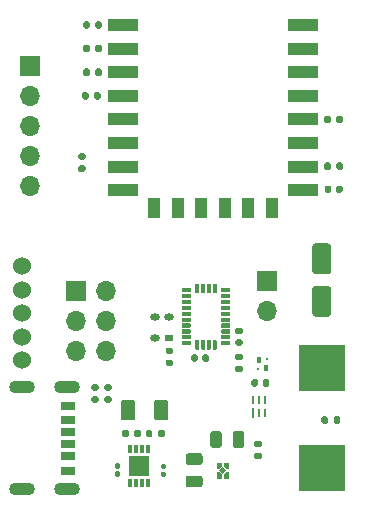
<source format=gbr>
%TF.GenerationSoftware,KiCad,Pcbnew,(5.1.9)-1*%
%TF.CreationDate,2022-10-17T20:04:13-04:00*%
%TF.ProjectId,slime,736c696d-652e-46b6-9963-61645f706362,rev?*%
%TF.SameCoordinates,Original*%
%TF.FileFunction,Soldermask,Top*%
%TF.FilePolarity,Negative*%
%FSLAX46Y46*%
G04 Gerber Fmt 4.6, Leading zero omitted, Abs format (unit mm)*
G04 Created by KiCad (PCBNEW (5.1.9)-1) date 2022-10-17 20:04:13*
%MOMM*%
%LPD*%
G01*
G04 APERTURE LIST*
%ADD10C,0.010000*%
%ADD11R,4.000000X4.000000*%
%ADD12O,1.700000X1.700000*%
%ADD13R,1.700000X1.700000*%
%ADD14R,2.500000X1.000000*%
%ADD15R,1.000000X1.800000*%
%ADD16R,1.750000X1.750000*%
%ADD17R,0.300000X0.750000*%
%ADD18O,0.410000X0.570000*%
%ADD19O,0.250000X0.250000*%
%ADD20R,0.280000X0.750000*%
%ADD21R,0.280000X0.850000*%
%ADD22C,0.100000*%
%ADD23O,0.800000X0.600000*%
%ADD24R,0.800000X0.600000*%
%ADD25C,1.524000*%
%ADD26R,1.200000X0.800000*%
%ADD27R,1.200000X0.760000*%
%ADD28R,1.200000X0.700000*%
%ADD29O,2.200000X1.100000*%
G04 APERTURE END LIST*
D10*
%TO.C,U4*%
G36*
X128605000Y-105950000D02*
G01*
X128605000Y-106440000D01*
X128420000Y-106440000D01*
X128245000Y-106265000D01*
X128245000Y-105950000D01*
X128605000Y-105950000D01*
G37*
X128605000Y-105950000D02*
X128605000Y-106440000D01*
X128420000Y-106440000D01*
X128245000Y-106265000D01*
X128245000Y-105950000D01*
X128605000Y-105950000D01*
G36*
X127595000Y-105950000D02*
G01*
X127595000Y-106440000D01*
X127780000Y-106440000D01*
X127955000Y-106265000D01*
X127955000Y-105950000D01*
X127595000Y-105950000D01*
G37*
X127595000Y-105950000D02*
X127595000Y-106440000D01*
X127780000Y-106440000D01*
X127955000Y-106265000D01*
X127955000Y-105950000D01*
X127595000Y-105950000D01*
G36*
X127595000Y-107250000D02*
G01*
X127595000Y-106760000D01*
X127780000Y-106760000D01*
X127955000Y-106935000D01*
X127955000Y-107250000D01*
X127595000Y-107250000D01*
G37*
X127595000Y-107250000D02*
X127595000Y-106760000D01*
X127780000Y-106760000D01*
X127955000Y-106935000D01*
X127955000Y-107250000D01*
X127595000Y-107250000D01*
G36*
X128605000Y-107250000D02*
G01*
X128605000Y-106760000D01*
X128420000Y-106760000D01*
X128245000Y-106935000D01*
X128245000Y-107250000D01*
X128605000Y-107250000D01*
G37*
X128605000Y-107250000D02*
X128605000Y-106760000D01*
X128420000Y-106760000D01*
X128245000Y-106935000D01*
X128245000Y-107250000D01*
X128605000Y-107250000D01*
%TD*%
%TO.C,U7*%
G36*
G01*
X127627000Y-90875000D02*
X127627000Y-91550000D01*
G75*
G02*
X127577000Y-91600000I-50000J0D01*
G01*
X127323000Y-91600000D01*
G75*
G02*
X127273000Y-91550000I0J50000D01*
G01*
X127273000Y-90875000D01*
G75*
G02*
X127323000Y-90825000I50000J0D01*
G01*
X127577000Y-90825000D01*
G75*
G02*
X127627000Y-90875000I0J-50000D01*
G01*
G37*
G36*
G01*
X127127000Y-90875000D02*
X127127000Y-91550000D01*
G75*
G02*
X127077000Y-91600000I-50000J0D01*
G01*
X126823000Y-91600000D01*
G75*
G02*
X126773000Y-91550000I0J50000D01*
G01*
X126773000Y-90875000D01*
G75*
G02*
X126823000Y-90825000I50000J0D01*
G01*
X127077000Y-90825000D01*
G75*
G02*
X127127000Y-90875000I0J-50000D01*
G01*
G37*
G36*
G01*
X126627000Y-90875000D02*
X126627000Y-91550000D01*
G75*
G02*
X126577000Y-91600000I-50000J0D01*
G01*
X126323000Y-91600000D01*
G75*
G02*
X126273000Y-91550000I0J50000D01*
G01*
X126273000Y-90875000D01*
G75*
G02*
X126323000Y-90825000I50000J0D01*
G01*
X126577000Y-90825000D01*
G75*
G02*
X126627000Y-90875000I0J-50000D01*
G01*
G37*
G36*
G01*
X128700000Y-91527000D02*
X128025000Y-91527000D01*
G75*
G02*
X127975000Y-91477000I0J50000D01*
G01*
X127975000Y-91223000D01*
G75*
G02*
X128025000Y-91173000I50000J0D01*
G01*
X128700000Y-91173000D01*
G75*
G02*
X128750000Y-91223000I0J-50000D01*
G01*
X128750000Y-91477000D01*
G75*
G02*
X128700000Y-91527000I-50000J0D01*
G01*
G37*
G36*
G01*
X128700000Y-92027000D02*
X128025000Y-92027000D01*
G75*
G02*
X127975000Y-91977000I0J50000D01*
G01*
X127975000Y-91723000D01*
G75*
G02*
X128025000Y-91673000I50000J0D01*
G01*
X128700000Y-91673000D01*
G75*
G02*
X128750000Y-91723000I0J-50000D01*
G01*
X128750000Y-91977000D01*
G75*
G02*
X128700000Y-92027000I-50000J0D01*
G01*
G37*
G36*
G01*
X128700000Y-92527000D02*
X128025000Y-92527000D01*
G75*
G02*
X127975000Y-92477000I0J50000D01*
G01*
X127975000Y-92223000D01*
G75*
G02*
X128025000Y-92173000I50000J0D01*
G01*
X128700000Y-92173000D01*
G75*
G02*
X128750000Y-92223000I0J-50000D01*
G01*
X128750000Y-92477000D01*
G75*
G02*
X128700000Y-92527000I-50000J0D01*
G01*
G37*
G36*
G01*
X128700000Y-93027000D02*
X128025000Y-93027000D01*
G75*
G02*
X127975000Y-92977000I0J50000D01*
G01*
X127975000Y-92723000D01*
G75*
G02*
X128025000Y-92673000I50000J0D01*
G01*
X128700000Y-92673000D01*
G75*
G02*
X128750000Y-92723000I0J-50000D01*
G01*
X128750000Y-92977000D01*
G75*
G02*
X128700000Y-93027000I-50000J0D01*
G01*
G37*
G36*
G01*
X128700000Y-93527000D02*
X128025000Y-93527000D01*
G75*
G02*
X127975000Y-93477000I0J50000D01*
G01*
X127975000Y-93223000D01*
G75*
G02*
X128025000Y-93173000I50000J0D01*
G01*
X128700000Y-93173000D01*
G75*
G02*
X128750000Y-93223000I0J-50000D01*
G01*
X128750000Y-93477000D01*
G75*
G02*
X128700000Y-93527000I-50000J0D01*
G01*
G37*
G36*
G01*
X128700000Y-94027000D02*
X128025000Y-94027000D01*
G75*
G02*
X127975000Y-93977000I0J50000D01*
G01*
X127975000Y-93723000D01*
G75*
G02*
X128025000Y-93673000I50000J0D01*
G01*
X128700000Y-93673000D01*
G75*
G02*
X128750000Y-93723000I0J-50000D01*
G01*
X128750000Y-93977000D01*
G75*
G02*
X128700000Y-94027000I-50000J0D01*
G01*
G37*
G36*
G01*
X128700000Y-94527000D02*
X128025000Y-94527000D01*
G75*
G02*
X127975000Y-94477000I0J50000D01*
G01*
X127975000Y-94223000D01*
G75*
G02*
X128025000Y-94173000I50000J0D01*
G01*
X128700000Y-94173000D01*
G75*
G02*
X128750000Y-94223000I0J-50000D01*
G01*
X128750000Y-94477000D01*
G75*
G02*
X128700000Y-94527000I-50000J0D01*
G01*
G37*
G36*
G01*
X128700000Y-95027000D02*
X128025000Y-95027000D01*
G75*
G02*
X127975000Y-94977000I0J50000D01*
G01*
X127975000Y-94723000D01*
G75*
G02*
X128025000Y-94673000I50000J0D01*
G01*
X128700000Y-94673000D01*
G75*
G02*
X128750000Y-94723000I0J-50000D01*
G01*
X128750000Y-94977000D01*
G75*
G02*
X128700000Y-95027000I-50000J0D01*
G01*
G37*
G36*
G01*
X128700000Y-95527000D02*
X128025000Y-95527000D01*
G75*
G02*
X127975000Y-95477000I0J50000D01*
G01*
X127975000Y-95223000D01*
G75*
G02*
X128025000Y-95173000I50000J0D01*
G01*
X128700000Y-95173000D01*
G75*
G02*
X128750000Y-95223000I0J-50000D01*
G01*
X128750000Y-95477000D01*
G75*
G02*
X128700000Y-95527000I-50000J0D01*
G01*
G37*
G36*
G01*
X125375000Y-91527000D02*
X124700000Y-91527000D01*
G75*
G02*
X124650000Y-91477000I0J50000D01*
G01*
X124650000Y-91223000D01*
G75*
G02*
X124700000Y-91173000I50000J0D01*
G01*
X125375000Y-91173000D01*
G75*
G02*
X125425000Y-91223000I0J-50000D01*
G01*
X125425000Y-91477000D01*
G75*
G02*
X125375000Y-91527000I-50000J0D01*
G01*
G37*
G36*
G01*
X125375000Y-92027000D02*
X124700000Y-92027000D01*
G75*
G02*
X124650000Y-91977000I0J50000D01*
G01*
X124650000Y-91723000D01*
G75*
G02*
X124700000Y-91673000I50000J0D01*
G01*
X125375000Y-91673000D01*
G75*
G02*
X125425000Y-91723000I0J-50000D01*
G01*
X125425000Y-91977000D01*
G75*
G02*
X125375000Y-92027000I-50000J0D01*
G01*
G37*
G36*
G01*
X125375000Y-92527000D02*
X124700000Y-92527000D01*
G75*
G02*
X124650000Y-92477000I0J50000D01*
G01*
X124650000Y-92223000D01*
G75*
G02*
X124700000Y-92173000I50000J0D01*
G01*
X125375000Y-92173000D01*
G75*
G02*
X125425000Y-92223000I0J-50000D01*
G01*
X125425000Y-92477000D01*
G75*
G02*
X125375000Y-92527000I-50000J0D01*
G01*
G37*
G36*
G01*
X125375000Y-93027000D02*
X124700000Y-93027000D01*
G75*
G02*
X124650000Y-92977000I0J50000D01*
G01*
X124650000Y-92723000D01*
G75*
G02*
X124700000Y-92673000I50000J0D01*
G01*
X125375000Y-92673000D01*
G75*
G02*
X125425000Y-92723000I0J-50000D01*
G01*
X125425000Y-92977000D01*
G75*
G02*
X125375000Y-93027000I-50000J0D01*
G01*
G37*
G36*
G01*
X125375000Y-93527000D02*
X124700000Y-93527000D01*
G75*
G02*
X124650000Y-93477000I0J50000D01*
G01*
X124650000Y-93223000D01*
G75*
G02*
X124700000Y-93173000I50000J0D01*
G01*
X125375000Y-93173000D01*
G75*
G02*
X125425000Y-93223000I0J-50000D01*
G01*
X125425000Y-93477000D01*
G75*
G02*
X125375000Y-93527000I-50000J0D01*
G01*
G37*
G36*
G01*
X125375000Y-94027000D02*
X124700000Y-94027000D01*
G75*
G02*
X124650000Y-93977000I0J50000D01*
G01*
X124650000Y-93723000D01*
G75*
G02*
X124700000Y-93673000I50000J0D01*
G01*
X125375000Y-93673000D01*
G75*
G02*
X125425000Y-93723000I0J-50000D01*
G01*
X125425000Y-93977000D01*
G75*
G02*
X125375000Y-94027000I-50000J0D01*
G01*
G37*
G36*
G01*
X125375000Y-94527000D02*
X124700000Y-94527000D01*
G75*
G02*
X124650000Y-94477000I0J50000D01*
G01*
X124650000Y-94223000D01*
G75*
G02*
X124700000Y-94173000I50000J0D01*
G01*
X125375000Y-94173000D01*
G75*
G02*
X125425000Y-94223000I0J-50000D01*
G01*
X125425000Y-94477000D01*
G75*
G02*
X125375000Y-94527000I-50000J0D01*
G01*
G37*
G36*
G01*
X125375000Y-95027000D02*
X124700000Y-95027000D01*
G75*
G02*
X124650000Y-94977000I0J50000D01*
G01*
X124650000Y-94723000D01*
G75*
G02*
X124700000Y-94673000I50000J0D01*
G01*
X125375000Y-94673000D01*
G75*
G02*
X125425000Y-94723000I0J-50000D01*
G01*
X125425000Y-94977000D01*
G75*
G02*
X125375000Y-95027000I-50000J0D01*
G01*
G37*
G36*
G01*
X125375000Y-95527000D02*
X124700000Y-95527000D01*
G75*
G02*
X124650000Y-95477000I0J50000D01*
G01*
X124650000Y-95223000D01*
G75*
G02*
X124700000Y-95173000I50000J0D01*
G01*
X125375000Y-95173000D01*
G75*
G02*
X125425000Y-95223000I0J-50000D01*
G01*
X125425000Y-95477000D01*
G75*
G02*
X125375000Y-95527000I-50000J0D01*
G01*
G37*
G36*
G01*
X127627000Y-95650000D02*
X127627000Y-96325000D01*
G75*
G02*
X127577000Y-96375000I-50000J0D01*
G01*
X127323000Y-96375000D01*
G75*
G02*
X127273000Y-96325000I0J50000D01*
G01*
X127273000Y-95650000D01*
G75*
G02*
X127323000Y-95600000I50000J0D01*
G01*
X127577000Y-95600000D01*
G75*
G02*
X127627000Y-95650000I0J-50000D01*
G01*
G37*
G36*
G01*
X127127000Y-95650000D02*
X127127000Y-96325000D01*
G75*
G02*
X127077000Y-96375000I-50000J0D01*
G01*
X126823000Y-96375000D01*
G75*
G02*
X126773000Y-96325000I0J50000D01*
G01*
X126773000Y-95650000D01*
G75*
G02*
X126823000Y-95600000I50000J0D01*
G01*
X127077000Y-95600000D01*
G75*
G02*
X127127000Y-95650000I0J-50000D01*
G01*
G37*
G36*
G01*
X126627000Y-95650000D02*
X126627000Y-96325000D01*
G75*
G02*
X126577000Y-96375000I-50000J0D01*
G01*
X126323000Y-96375000D01*
G75*
G02*
X126273000Y-96325000I0J50000D01*
G01*
X126273000Y-95650000D01*
G75*
G02*
X126323000Y-95600000I50000J0D01*
G01*
X126577000Y-95600000D01*
G75*
G02*
X126627000Y-95650000I0J-50000D01*
G01*
G37*
G36*
G01*
X125375000Y-96027000D02*
X124700000Y-96027000D01*
G75*
G02*
X124650000Y-95977000I0J50000D01*
G01*
X124650000Y-95723000D01*
G75*
G02*
X124700000Y-95673000I50000J0D01*
G01*
X125375000Y-95673000D01*
G75*
G02*
X125425000Y-95723000I0J-50000D01*
G01*
X125425000Y-95977000D01*
G75*
G02*
X125375000Y-96027000I-50000J0D01*
G01*
G37*
G36*
G01*
X126127000Y-95650000D02*
X126127000Y-96325000D01*
G75*
G02*
X126077000Y-96375000I-50000J0D01*
G01*
X125823000Y-96375000D01*
G75*
G02*
X125773000Y-96325000I0J50000D01*
G01*
X125773000Y-95650000D01*
G75*
G02*
X125823000Y-95600000I50000J0D01*
G01*
X126077000Y-95600000D01*
G75*
G02*
X126127000Y-95650000I0J-50000D01*
G01*
G37*
G36*
G01*
X128700000Y-96027000D02*
X128025000Y-96027000D01*
G75*
G02*
X127975000Y-95977000I0J50000D01*
G01*
X127975000Y-95723000D01*
G75*
G02*
X128025000Y-95673000I50000J0D01*
G01*
X128700000Y-95673000D01*
G75*
G02*
X128750000Y-95723000I0J-50000D01*
G01*
X128750000Y-95977000D01*
G75*
G02*
X128700000Y-96027000I-50000J0D01*
G01*
G37*
G36*
G01*
X126127000Y-90875000D02*
X126127000Y-91550000D01*
G75*
G02*
X126077000Y-91600000I-50000J0D01*
G01*
X125823000Y-91600000D01*
G75*
G02*
X125773000Y-91550000I0J50000D01*
G01*
X125773000Y-90875000D01*
G75*
G02*
X125823000Y-90825000I50000J0D01*
G01*
X126077000Y-90825000D01*
G75*
G02*
X126127000Y-90875000I0J-50000D01*
G01*
G37*
%TD*%
D11*
%TO.C,B+*%
X136500000Y-106400000D03*
%TD*%
D12*
%TO.C,~*%
X118240000Y-96480000D03*
X115700000Y-96480000D03*
X118240000Y-93940000D03*
X115700000Y-93940000D03*
X118240000Y-91400000D03*
D13*
X115700000Y-91400000D03*
%TD*%
D14*
%TO.C,U5*%
X134900000Y-68900000D03*
X134900000Y-70900000D03*
X134900000Y-72900000D03*
X134900000Y-74900000D03*
X134900000Y-76900000D03*
X134900000Y-78900000D03*
X134900000Y-80900000D03*
X134900000Y-82900000D03*
D15*
X132300000Y-84400000D03*
X130300000Y-84400000D03*
X128300000Y-84400000D03*
X126300000Y-84400000D03*
X124300000Y-84400000D03*
X122300000Y-84400000D03*
D14*
X119700000Y-82900000D03*
X119700000Y-80900000D03*
X119700000Y-78900000D03*
X119700000Y-76900000D03*
X119700000Y-74900000D03*
X119700000Y-72900000D03*
X119700000Y-70900000D03*
X119700000Y-68900000D03*
%TD*%
%TO.C,R12*%
G36*
G01*
X137260000Y-76715000D02*
X137260000Y-77085000D01*
G75*
G02*
X137125000Y-77220000I-135000J0D01*
G01*
X136855000Y-77220000D01*
G75*
G02*
X136720000Y-77085000I0J135000D01*
G01*
X136720000Y-76715000D01*
G75*
G02*
X136855000Y-76580000I135000J0D01*
G01*
X137125000Y-76580000D01*
G75*
G02*
X137260000Y-76715000I0J-135000D01*
G01*
G37*
G36*
G01*
X138280000Y-76715000D02*
X138280000Y-77085000D01*
G75*
G02*
X138145000Y-77220000I-135000J0D01*
G01*
X137875000Y-77220000D01*
G75*
G02*
X137740000Y-77085000I0J135000D01*
G01*
X137740000Y-76715000D01*
G75*
G02*
X137875000Y-76580000I135000J0D01*
G01*
X138145000Y-76580000D01*
G75*
G02*
X138280000Y-76715000I0J-135000D01*
G01*
G37*
%TD*%
%TO.C,R11*%
G36*
G01*
X137740000Y-81035000D02*
X137740000Y-80665000D01*
G75*
G02*
X137875000Y-80530000I135000J0D01*
G01*
X138145000Y-80530000D01*
G75*
G02*
X138280000Y-80665000I0J-135000D01*
G01*
X138280000Y-81035000D01*
G75*
G02*
X138145000Y-81170000I-135000J0D01*
G01*
X137875000Y-81170000D01*
G75*
G02*
X137740000Y-81035000I0J135000D01*
G01*
G37*
G36*
G01*
X136720000Y-81035000D02*
X136720000Y-80665000D01*
G75*
G02*
X136855000Y-80530000I135000J0D01*
G01*
X137125000Y-80530000D01*
G75*
G02*
X137260000Y-80665000I0J-135000D01*
G01*
X137260000Y-81035000D01*
G75*
G02*
X137125000Y-81170000I-135000J0D01*
G01*
X136855000Y-81170000D01*
G75*
G02*
X136720000Y-81035000I0J135000D01*
G01*
G37*
%TD*%
D16*
%TO.C,U1*%
X121050000Y-106250000D03*
D17*
X121800000Y-104800000D03*
X121300000Y-104800000D03*
X120800000Y-104800000D03*
X120300000Y-104800000D03*
X121800000Y-107700000D03*
X121300000Y-107700000D03*
X120800000Y-107700000D03*
X120300000Y-107700000D03*
%TD*%
%TO.C,C1*%
G36*
G01*
X119300000Y-106480000D02*
X119100000Y-106480000D01*
G75*
G02*
X119000000Y-106380000I0J100000D01*
G01*
X119000000Y-106120000D01*
G75*
G02*
X119100000Y-106020000I100000J0D01*
G01*
X119300000Y-106020000D01*
G75*
G02*
X119400000Y-106120000I0J-100000D01*
G01*
X119400000Y-106380000D01*
G75*
G02*
X119300000Y-106480000I-100000J0D01*
G01*
G37*
G36*
G01*
X119300000Y-107150000D02*
X119100000Y-107150000D01*
G75*
G02*
X119000000Y-107050000I0J100000D01*
G01*
X119000000Y-106790000D01*
G75*
G02*
X119100000Y-106690000I100000J0D01*
G01*
X119300000Y-106690000D01*
G75*
G02*
X119400000Y-106790000I0J-100000D01*
G01*
X119400000Y-107050000D01*
G75*
G02*
X119300000Y-107150000I-100000J0D01*
G01*
G37*
%TD*%
%TO.C,C3*%
G36*
G01*
X123000000Y-106720000D02*
X123200000Y-106720000D01*
G75*
G02*
X123300000Y-106820000I0J-100000D01*
G01*
X123300000Y-107080000D01*
G75*
G02*
X123200000Y-107180000I-100000J0D01*
G01*
X123000000Y-107180000D01*
G75*
G02*
X122900000Y-107080000I0J100000D01*
G01*
X122900000Y-106820000D01*
G75*
G02*
X123000000Y-106720000I100000J0D01*
G01*
G37*
G36*
G01*
X123000000Y-106050000D02*
X123200000Y-106050000D01*
G75*
G02*
X123300000Y-106150000I0J-100000D01*
G01*
X123300000Y-106410000D01*
G75*
G02*
X123200000Y-106510000I-100000J0D01*
G01*
X123000000Y-106510000D01*
G75*
G02*
X122900000Y-106410000I0J100000D01*
G01*
X122900000Y-106150000D01*
G75*
G02*
X123000000Y-106050000I100000J0D01*
G01*
G37*
%TD*%
D18*
%TO.C,U3*%
X131150000Y-97230000D03*
X131800000Y-97910000D03*
D19*
X131900000Y-97140000D03*
X131080000Y-97990000D03*
%TD*%
D12*
%TO.C,~*%
X131900000Y-93140000D03*
D13*
X131900000Y-90600000D03*
%TD*%
%TO.C,R8*%
G36*
G01*
X137020000Y-102165000D02*
X137020000Y-102535000D01*
G75*
G02*
X136885000Y-102670000I-135000J0D01*
G01*
X136615000Y-102670000D01*
G75*
G02*
X136480000Y-102535000I0J135000D01*
G01*
X136480000Y-102165000D01*
G75*
G02*
X136615000Y-102030000I135000J0D01*
G01*
X136885000Y-102030000D01*
G75*
G02*
X137020000Y-102165000I0J-135000D01*
G01*
G37*
G36*
G01*
X138040000Y-102165000D02*
X138040000Y-102535000D01*
G75*
G02*
X137905000Y-102670000I-135000J0D01*
G01*
X137635000Y-102670000D01*
G75*
G02*
X137500000Y-102535000I0J135000D01*
G01*
X137500000Y-102165000D01*
G75*
G02*
X137635000Y-102030000I135000J0D01*
G01*
X137905000Y-102030000D01*
G75*
G02*
X138040000Y-102165000I0J-135000D01*
G01*
G37*
%TD*%
D12*
%TO.C,BNO MODULE*%
X111760000Y-82550000D03*
X111760000Y-80010000D03*
X111760000Y-77470000D03*
X111760000Y-74930000D03*
D13*
X111760000Y-72390000D03*
%TD*%
D20*
%TO.C,U2*%
X130700000Y-100625000D03*
X131200000Y-100625000D03*
X131700000Y-100625000D03*
X131700000Y-101775000D03*
X131200000Y-101775000D03*
D21*
X130700000Y-101725000D03*
%TD*%
D11*
%TO.C,B-*%
X136500000Y-97900000D03*
%TD*%
D22*
%TO.C,U4*%
G36*
X127781802Y-106600000D02*
G01*
X128100000Y-106281802D01*
X128418198Y-106600000D01*
X128100000Y-106918198D01*
X127781802Y-106600000D01*
G37*
%TD*%
%TO.C,C5*%
G36*
G01*
X128050000Y-103525000D02*
X128050000Y-104475000D01*
G75*
G02*
X127800000Y-104725000I-250000J0D01*
G01*
X127300000Y-104725000D01*
G75*
G02*
X127050000Y-104475000I0J250000D01*
G01*
X127050000Y-103525000D01*
G75*
G02*
X127300000Y-103275000I250000J0D01*
G01*
X127800000Y-103275000D01*
G75*
G02*
X128050000Y-103525000I0J-250000D01*
G01*
G37*
G36*
G01*
X129950000Y-103525000D02*
X129950000Y-104475000D01*
G75*
G02*
X129700000Y-104725000I-250000J0D01*
G01*
X129200000Y-104725000D01*
G75*
G02*
X128950000Y-104475000I0J250000D01*
G01*
X128950000Y-103525000D01*
G75*
G02*
X129200000Y-103275000I250000J0D01*
G01*
X129700000Y-103275000D01*
G75*
G02*
X129950000Y-103525000I0J-250000D01*
G01*
G37*
%TD*%
%TO.C,C4*%
G36*
G01*
X126175000Y-106150000D02*
X125225000Y-106150000D01*
G75*
G02*
X124975000Y-105900000I0J250000D01*
G01*
X124975000Y-105400000D01*
G75*
G02*
X125225000Y-105150000I250000J0D01*
G01*
X126175000Y-105150000D01*
G75*
G02*
X126425000Y-105400000I0J-250000D01*
G01*
X126425000Y-105900000D01*
G75*
G02*
X126175000Y-106150000I-250000J0D01*
G01*
G37*
G36*
G01*
X126175000Y-108050000D02*
X125225000Y-108050000D01*
G75*
G02*
X124975000Y-107800000I0J250000D01*
G01*
X124975000Y-107300000D01*
G75*
G02*
X125225000Y-107050000I250000J0D01*
G01*
X126175000Y-107050000D01*
G75*
G02*
X126425000Y-107300000I0J-250000D01*
G01*
X126425000Y-107800000D01*
G75*
G02*
X126175000Y-108050000I-250000J0D01*
G01*
G37*
%TD*%
D23*
%TO.C,U5*%
X122400000Y-93600000D03*
X122400000Y-95400000D03*
X123600000Y-93600000D03*
D24*
X123600000Y-95400000D03*
%TD*%
D25*
%TO.C,SW1*%
X111100000Y-89300000D03*
X111100000Y-97300000D03*
X111100000Y-95300000D03*
X111100000Y-93300000D03*
X111100000Y-91300000D03*
%TD*%
%TO.C,R3*%
G36*
G01*
X129315000Y-97740000D02*
X129685000Y-97740000D01*
G75*
G02*
X129820000Y-97875000I0J-135000D01*
G01*
X129820000Y-98145000D01*
G75*
G02*
X129685000Y-98280000I-135000J0D01*
G01*
X129315000Y-98280000D01*
G75*
G02*
X129180000Y-98145000I0J135000D01*
G01*
X129180000Y-97875000D01*
G75*
G02*
X129315000Y-97740000I135000J0D01*
G01*
G37*
G36*
G01*
X129315000Y-96720000D02*
X129685000Y-96720000D01*
G75*
G02*
X129820000Y-96855000I0J-135000D01*
G01*
X129820000Y-97125000D01*
G75*
G02*
X129685000Y-97260000I-135000J0D01*
G01*
X129315000Y-97260000D01*
G75*
G02*
X129180000Y-97125000I0J135000D01*
G01*
X129180000Y-96855000D01*
G75*
G02*
X129315000Y-96720000I135000J0D01*
G01*
G37*
%TD*%
%TO.C,R2*%
G36*
G01*
X130915000Y-105140000D02*
X131285000Y-105140000D01*
G75*
G02*
X131420000Y-105275000I0J-135000D01*
G01*
X131420000Y-105545000D01*
G75*
G02*
X131285000Y-105680000I-135000J0D01*
G01*
X130915000Y-105680000D01*
G75*
G02*
X130780000Y-105545000I0J135000D01*
G01*
X130780000Y-105275000D01*
G75*
G02*
X130915000Y-105140000I135000J0D01*
G01*
G37*
G36*
G01*
X130915000Y-104120000D02*
X131285000Y-104120000D01*
G75*
G02*
X131420000Y-104255000I0J-135000D01*
G01*
X131420000Y-104525000D01*
G75*
G02*
X131285000Y-104660000I-135000J0D01*
G01*
X130915000Y-104660000D01*
G75*
G02*
X130780000Y-104525000I0J135000D01*
G01*
X130780000Y-104255000D01*
G75*
G02*
X130915000Y-104120000I135000J0D01*
G01*
G37*
%TD*%
%TO.C,R10*%
G36*
G01*
X116760000Y-74715000D02*
X116760000Y-75085000D01*
G75*
G02*
X116625000Y-75220000I-135000J0D01*
G01*
X116355000Y-75220000D01*
G75*
G02*
X116220000Y-75085000I0J135000D01*
G01*
X116220000Y-74715000D01*
G75*
G02*
X116355000Y-74580000I135000J0D01*
G01*
X116625000Y-74580000D01*
G75*
G02*
X116760000Y-74715000I0J-135000D01*
G01*
G37*
G36*
G01*
X117780000Y-74715000D02*
X117780000Y-75085000D01*
G75*
G02*
X117645000Y-75220000I-135000J0D01*
G01*
X117375000Y-75220000D01*
G75*
G02*
X117240000Y-75085000I0J135000D01*
G01*
X117240000Y-74715000D01*
G75*
G02*
X117375000Y-74580000I135000J0D01*
G01*
X117645000Y-74580000D01*
G75*
G02*
X117780000Y-74715000I0J-135000D01*
G01*
G37*
%TD*%
%TO.C,R16*%
G36*
G01*
X116015000Y-80790000D02*
X116385000Y-80790000D01*
G75*
G02*
X116520000Y-80925000I0J-135000D01*
G01*
X116520000Y-81195000D01*
G75*
G02*
X116385000Y-81330000I-135000J0D01*
G01*
X116015000Y-81330000D01*
G75*
G02*
X115880000Y-81195000I0J135000D01*
G01*
X115880000Y-80925000D01*
G75*
G02*
X116015000Y-80790000I135000J0D01*
G01*
G37*
G36*
G01*
X116015000Y-79770000D02*
X116385000Y-79770000D01*
G75*
G02*
X116520000Y-79905000I0J-135000D01*
G01*
X116520000Y-80175000D01*
G75*
G02*
X116385000Y-80310000I-135000J0D01*
G01*
X116015000Y-80310000D01*
G75*
G02*
X115880000Y-80175000I0J135000D01*
G01*
X115880000Y-79905000D01*
G75*
G02*
X116015000Y-79770000I135000J0D01*
G01*
G37*
%TD*%
%TO.C,R15*%
G36*
G01*
X116860000Y-72715000D02*
X116860000Y-73085000D01*
G75*
G02*
X116725000Y-73220000I-135000J0D01*
G01*
X116455000Y-73220000D01*
G75*
G02*
X116320000Y-73085000I0J135000D01*
G01*
X116320000Y-72715000D01*
G75*
G02*
X116455000Y-72580000I135000J0D01*
G01*
X116725000Y-72580000D01*
G75*
G02*
X116860000Y-72715000I0J-135000D01*
G01*
G37*
G36*
G01*
X117880000Y-72715000D02*
X117880000Y-73085000D01*
G75*
G02*
X117745000Y-73220000I-135000J0D01*
G01*
X117475000Y-73220000D01*
G75*
G02*
X117340000Y-73085000I0J135000D01*
G01*
X117340000Y-72715000D01*
G75*
G02*
X117475000Y-72580000I135000J0D01*
G01*
X117745000Y-72580000D01*
G75*
G02*
X117880000Y-72715000I0J-135000D01*
G01*
G37*
%TD*%
%TO.C,R13*%
G36*
G01*
X123415000Y-97240000D02*
X123785000Y-97240000D01*
G75*
G02*
X123920000Y-97375000I0J-135000D01*
G01*
X123920000Y-97645000D01*
G75*
G02*
X123785000Y-97780000I-135000J0D01*
G01*
X123415000Y-97780000D01*
G75*
G02*
X123280000Y-97645000I0J135000D01*
G01*
X123280000Y-97375000D01*
G75*
G02*
X123415000Y-97240000I135000J0D01*
G01*
G37*
G36*
G01*
X123415000Y-96220000D02*
X123785000Y-96220000D01*
G75*
G02*
X123920000Y-96355000I0J-135000D01*
G01*
X123920000Y-96625000D01*
G75*
G02*
X123785000Y-96760000I-135000J0D01*
G01*
X123415000Y-96760000D01*
G75*
G02*
X123280000Y-96625000I0J135000D01*
G01*
X123280000Y-96355000D01*
G75*
G02*
X123415000Y-96220000I135000J0D01*
G01*
G37*
%TD*%
%TO.C,R9*%
G36*
G01*
X117340000Y-71085000D02*
X117340000Y-70715000D01*
G75*
G02*
X117475000Y-70580000I135000J0D01*
G01*
X117745000Y-70580000D01*
G75*
G02*
X117880000Y-70715000I0J-135000D01*
G01*
X117880000Y-71085000D01*
G75*
G02*
X117745000Y-71220000I-135000J0D01*
G01*
X117475000Y-71220000D01*
G75*
G02*
X117340000Y-71085000I0J135000D01*
G01*
G37*
G36*
G01*
X116320000Y-71085000D02*
X116320000Y-70715000D01*
G75*
G02*
X116455000Y-70580000I135000J0D01*
G01*
X116725000Y-70580000D01*
G75*
G02*
X116860000Y-70715000I0J-135000D01*
G01*
X116860000Y-71085000D01*
G75*
G02*
X116725000Y-71220000I-135000J0D01*
G01*
X116455000Y-71220000D01*
G75*
G02*
X116320000Y-71085000I0J135000D01*
G01*
G37*
%TD*%
%TO.C,R7*%
G36*
G01*
X117340000Y-69085000D02*
X117340000Y-68715000D01*
G75*
G02*
X117475000Y-68580000I135000J0D01*
G01*
X117745000Y-68580000D01*
G75*
G02*
X117880000Y-68715000I0J-135000D01*
G01*
X117880000Y-69085000D01*
G75*
G02*
X117745000Y-69220000I-135000J0D01*
G01*
X117475000Y-69220000D01*
G75*
G02*
X117340000Y-69085000I0J135000D01*
G01*
G37*
G36*
G01*
X116320000Y-69085000D02*
X116320000Y-68715000D01*
G75*
G02*
X116455000Y-68580000I135000J0D01*
G01*
X116725000Y-68580000D01*
G75*
G02*
X116860000Y-68715000I0J-135000D01*
G01*
X116860000Y-69085000D01*
G75*
G02*
X116725000Y-69220000I-135000J0D01*
G01*
X116455000Y-69220000D01*
G75*
G02*
X116320000Y-69085000I0J135000D01*
G01*
G37*
%TD*%
%TO.C,R6*%
G36*
G01*
X120150000Y-103315000D02*
X120150000Y-103685000D01*
G75*
G02*
X120015000Y-103820000I-135000J0D01*
G01*
X119745000Y-103820000D01*
G75*
G02*
X119610000Y-103685000I0J135000D01*
G01*
X119610000Y-103315000D01*
G75*
G02*
X119745000Y-103180000I135000J0D01*
G01*
X120015000Y-103180000D01*
G75*
G02*
X120150000Y-103315000I0J-135000D01*
G01*
G37*
G36*
G01*
X121170000Y-103315000D02*
X121170000Y-103685000D01*
G75*
G02*
X121035000Y-103820000I-135000J0D01*
G01*
X120765000Y-103820000D01*
G75*
G02*
X120630000Y-103685000I0J135000D01*
G01*
X120630000Y-103315000D01*
G75*
G02*
X120765000Y-103180000I135000J0D01*
G01*
X121035000Y-103180000D01*
G75*
G02*
X121170000Y-103315000I0J-135000D01*
G01*
G37*
%TD*%
%TO.C,R5*%
G36*
G01*
X122650000Y-103685000D02*
X122650000Y-103315000D01*
G75*
G02*
X122785000Y-103180000I135000J0D01*
G01*
X123055000Y-103180000D01*
G75*
G02*
X123190000Y-103315000I0J-135000D01*
G01*
X123190000Y-103685000D01*
G75*
G02*
X123055000Y-103820000I-135000J0D01*
G01*
X122785000Y-103820000D01*
G75*
G02*
X122650000Y-103685000I0J135000D01*
G01*
G37*
G36*
G01*
X121630000Y-103685000D02*
X121630000Y-103315000D01*
G75*
G02*
X121765000Y-103180000I135000J0D01*
G01*
X122035000Y-103180000D01*
G75*
G02*
X122170000Y-103315000I0J-135000D01*
G01*
X122170000Y-103685000D01*
G75*
G02*
X122035000Y-103820000I-135000J0D01*
G01*
X121765000Y-103820000D01*
G75*
G02*
X121630000Y-103685000I0J135000D01*
G01*
G37*
%TD*%
%TO.C,R4*%
G36*
G01*
X117485000Y-99860000D02*
X117115000Y-99860000D01*
G75*
G02*
X116980000Y-99725000I0J135000D01*
G01*
X116980000Y-99455000D01*
G75*
G02*
X117115000Y-99320000I135000J0D01*
G01*
X117485000Y-99320000D01*
G75*
G02*
X117620000Y-99455000I0J-135000D01*
G01*
X117620000Y-99725000D01*
G75*
G02*
X117485000Y-99860000I-135000J0D01*
G01*
G37*
G36*
G01*
X117485000Y-100880000D02*
X117115000Y-100880000D01*
G75*
G02*
X116980000Y-100745000I0J135000D01*
G01*
X116980000Y-100475000D01*
G75*
G02*
X117115000Y-100340000I135000J0D01*
G01*
X117485000Y-100340000D01*
G75*
G02*
X117620000Y-100475000I0J-135000D01*
G01*
X117620000Y-100745000D01*
G75*
G02*
X117485000Y-100880000I-135000J0D01*
G01*
G37*
%TD*%
%TO.C,R1*%
G36*
G01*
X118585000Y-99860000D02*
X118215000Y-99860000D01*
G75*
G02*
X118080000Y-99725000I0J135000D01*
G01*
X118080000Y-99455000D01*
G75*
G02*
X118215000Y-99320000I135000J0D01*
G01*
X118585000Y-99320000D01*
G75*
G02*
X118720000Y-99455000I0J-135000D01*
G01*
X118720000Y-99725000D01*
G75*
G02*
X118585000Y-99860000I-135000J0D01*
G01*
G37*
G36*
G01*
X118585000Y-100880000D02*
X118215000Y-100880000D01*
G75*
G02*
X118080000Y-100745000I0J135000D01*
G01*
X118080000Y-100475000D01*
G75*
G02*
X118215000Y-100340000I135000J0D01*
G01*
X118585000Y-100340000D01*
G75*
G02*
X118720000Y-100475000I0J-135000D01*
G01*
X118720000Y-100745000D01*
G75*
G02*
X118585000Y-100880000I-135000J0D01*
G01*
G37*
%TD*%
D26*
%TO.C,USB*%
X114980000Y-101150000D03*
X114980000Y-106650000D03*
D27*
X114980000Y-102380000D03*
X114980000Y-105420000D03*
D28*
X114980000Y-103400000D03*
X114980000Y-104400000D03*
D29*
X114900000Y-99580000D03*
X114900000Y-108220000D03*
X111100000Y-99580000D03*
X111100000Y-108220000D03*
%TD*%
%TO.C,D1*%
G36*
G01*
X120725000Y-100875000D02*
X120725000Y-102125000D01*
G75*
G02*
X120475000Y-102375000I-250000J0D01*
G01*
X119725000Y-102375000D01*
G75*
G02*
X119475000Y-102125000I0J250000D01*
G01*
X119475000Y-100875000D01*
G75*
G02*
X119725000Y-100625000I250000J0D01*
G01*
X120475000Y-100625000D01*
G75*
G02*
X120725000Y-100875000I0J-250000D01*
G01*
G37*
G36*
G01*
X123525000Y-100875000D02*
X123525000Y-102125000D01*
G75*
G02*
X123275000Y-102375000I-250000J0D01*
G01*
X122525000Y-102375000D01*
G75*
G02*
X122275000Y-102125000I0J250000D01*
G01*
X122275000Y-100875000D01*
G75*
G02*
X122525000Y-100625000I250000J0D01*
G01*
X123275000Y-100625000D01*
G75*
G02*
X123525000Y-100875000I0J-250000D01*
G01*
G37*
%TD*%
%TO.C,C2*%
G36*
G01*
X131100000Y-99030000D02*
X131100000Y-99370000D01*
G75*
G02*
X130960000Y-99510000I-140000J0D01*
G01*
X130680000Y-99510000D01*
G75*
G02*
X130540000Y-99370000I0J140000D01*
G01*
X130540000Y-99030000D01*
G75*
G02*
X130680000Y-98890000I140000J0D01*
G01*
X130960000Y-98890000D01*
G75*
G02*
X131100000Y-99030000I0J-140000D01*
G01*
G37*
G36*
G01*
X132060000Y-99030000D02*
X132060000Y-99370000D01*
G75*
G02*
X131920000Y-99510000I-140000J0D01*
G01*
X131640000Y-99510000D01*
G75*
G02*
X131500000Y-99370000I0J140000D01*
G01*
X131500000Y-99030000D01*
G75*
G02*
X131640000Y-98890000I140000J0D01*
G01*
X131920000Y-98890000D01*
G75*
G02*
X132060000Y-99030000I0J-140000D01*
G01*
G37*
%TD*%
%TO.C,C8*%
G36*
G01*
X137700000Y-82970000D02*
X137700000Y-82630000D01*
G75*
G02*
X137840000Y-82490000I140000J0D01*
G01*
X138120000Y-82490000D01*
G75*
G02*
X138260000Y-82630000I0J-140000D01*
G01*
X138260000Y-82970000D01*
G75*
G02*
X138120000Y-83110000I-140000J0D01*
G01*
X137840000Y-83110000D01*
G75*
G02*
X137700000Y-82970000I0J140000D01*
G01*
G37*
G36*
G01*
X136740000Y-82970000D02*
X136740000Y-82630000D01*
G75*
G02*
X136880000Y-82490000I140000J0D01*
G01*
X137160000Y-82490000D01*
G75*
G02*
X137300000Y-82630000I0J-140000D01*
G01*
X137300000Y-82970000D01*
G75*
G02*
X137160000Y-83110000I-140000J0D01*
G01*
X136880000Y-83110000D01*
G75*
G02*
X136740000Y-82970000I0J140000D01*
G01*
G37*
%TD*%
%TO.C,C7*%
G36*
G01*
X129330000Y-95500000D02*
X129670000Y-95500000D01*
G75*
G02*
X129810000Y-95640000I0J-140000D01*
G01*
X129810000Y-95920000D01*
G75*
G02*
X129670000Y-96060000I-140000J0D01*
G01*
X129330000Y-96060000D01*
G75*
G02*
X129190000Y-95920000I0J140000D01*
G01*
X129190000Y-95640000D01*
G75*
G02*
X129330000Y-95500000I140000J0D01*
G01*
G37*
G36*
G01*
X129330000Y-94540000D02*
X129670000Y-94540000D01*
G75*
G02*
X129810000Y-94680000I0J-140000D01*
G01*
X129810000Y-94960000D01*
G75*
G02*
X129670000Y-95100000I-140000J0D01*
G01*
X129330000Y-95100000D01*
G75*
G02*
X129190000Y-94960000I0J140000D01*
G01*
X129190000Y-94680000D01*
G75*
G02*
X129330000Y-94540000I140000J0D01*
G01*
G37*
%TD*%
%TO.C,C6*%
G36*
G01*
X126000000Y-96930000D02*
X126000000Y-97270000D01*
G75*
G02*
X125860000Y-97410000I-140000J0D01*
G01*
X125580000Y-97410000D01*
G75*
G02*
X125440000Y-97270000I0J140000D01*
G01*
X125440000Y-96930000D01*
G75*
G02*
X125580000Y-96790000I140000J0D01*
G01*
X125860000Y-96790000D01*
G75*
G02*
X126000000Y-96930000I0J-140000D01*
G01*
G37*
G36*
G01*
X126960000Y-96930000D02*
X126960000Y-97270000D01*
G75*
G02*
X126820000Y-97410000I-140000J0D01*
G01*
X126540000Y-97410000D01*
G75*
G02*
X126400000Y-97270000I0J140000D01*
G01*
X126400000Y-96930000D01*
G75*
G02*
X126540000Y-96790000I140000J0D01*
G01*
X126820000Y-96790000D01*
G75*
G02*
X126960000Y-96930000I0J-140000D01*
G01*
G37*
%TD*%
%TO.C,C4*%
G36*
G01*
X135950000Y-91000000D02*
X137050000Y-91000000D01*
G75*
G02*
X137300000Y-91250000I0J-250000D01*
G01*
X137300000Y-93350000D01*
G75*
G02*
X137050000Y-93600000I-250000J0D01*
G01*
X135950000Y-93600000D01*
G75*
G02*
X135700000Y-93350000I0J250000D01*
G01*
X135700000Y-91250000D01*
G75*
G02*
X135950000Y-91000000I250000J0D01*
G01*
G37*
G36*
G01*
X135950000Y-87400000D02*
X137050000Y-87400000D01*
G75*
G02*
X137300000Y-87650000I0J-250000D01*
G01*
X137300000Y-89750000D01*
G75*
G02*
X137050000Y-90000000I-250000J0D01*
G01*
X135950000Y-90000000D01*
G75*
G02*
X135700000Y-89750000I0J250000D01*
G01*
X135700000Y-87650000D01*
G75*
G02*
X135950000Y-87400000I250000J0D01*
G01*
G37*
%TD*%
M02*

</source>
